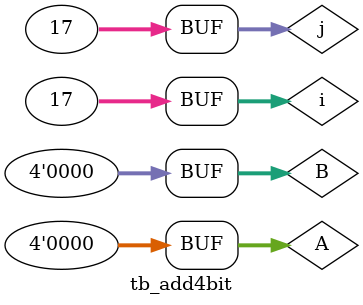
<source format=v>
`timescale 1ns / 1ps

module tb_add4bit ();
    reg [3:0] A, B ;
    wire [3:0] S;
    wire C;

    //dut(disign under test) uut(unit under test)
    bit4adder dut (
        .A(A),
        .B(B),
        .S(S),
        .over(C)
    );

    integer i, j;
    initial begin
        A = 4'h0;
        B = 4'h0;
        #10
        for (i = 0; i <= 16; i = i + 1) begin
            A = i;
            for (j = 0; j <= 16; j = j + 1) begin
                 B = j;
                 #10;
            end
        end
    end
endmodule

</source>
